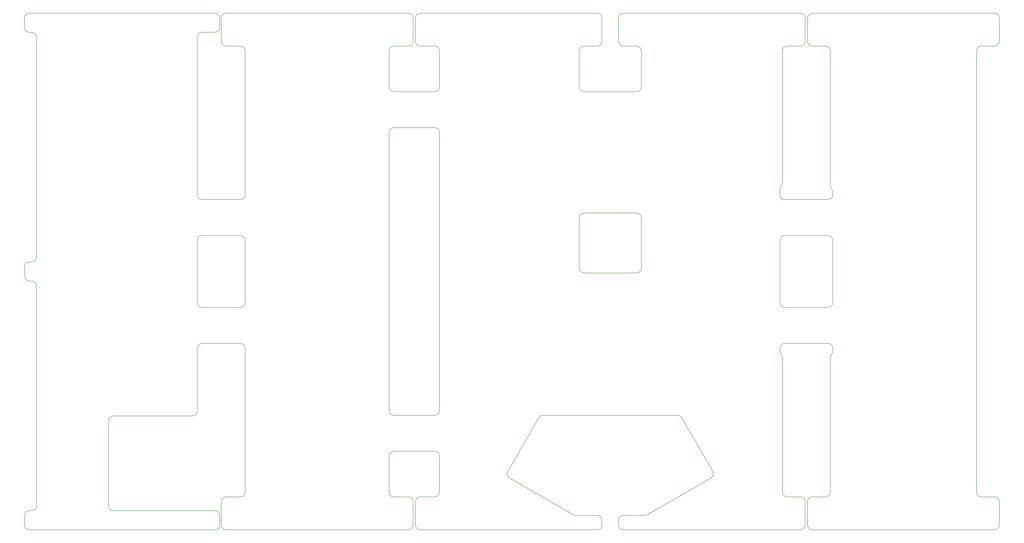
<source format=gm1>
G04 #@! TF.GenerationSoftware,KiCad,Pcbnew,7.0.8*
G04 #@! TF.CreationDate,2024-02-17T16:19:58-08:00*
G04 #@! TF.ProjectId,FlexDeploySidePanels,466c6578-4465-4706-9c6f-795369646550,rev?*
G04 #@! TF.SameCoordinates,Original*
G04 #@! TF.FileFunction,Profile,NP*
%FSLAX46Y46*%
G04 Gerber Fmt 4.6, Leading zero omitted, Abs format (unit mm)*
G04 Created by KiCad (PCBNEW 7.0.8) date 2024-02-17 16:19:58*
%MOMM*%
%LPD*%
G01*
G04 APERTURE LIST*
G04 #@! TA.AperFunction,Profile*
%ADD10C,0.200000*%
G04 #@! TD*
G04 APERTURE END LIST*
D10*
X164200000Y-107250000D02*
G75*
G03*
X162200000Y-109250000I0J-2000000D01*
G01*
X427207966Y-173732051D02*
G75*
G03*
X426708000Y-172409175I-1999966J51D01*
G01*
X169600000Y-306750000D02*
X127200000Y-306750000D01*
X244200000Y-147000000D02*
X261200000Y-147000000D01*
X347408000Y-184600000D02*
G75*
G03*
X345408000Y-182600000I-2000000J0D01*
G01*
X253200000Y-312750000D02*
G75*
G03*
X255200000Y-314750000I2000000J0D01*
G01*
X172200000Y-111000000D02*
G75*
G03*
X174200000Y-113000000I2000000J0D01*
G01*
X92200000Y-306750000D02*
G75*
G03*
X90200000Y-308750000I0J-2000000D01*
G01*
X321500000Y-205600000D02*
X321500000Y-184600000D01*
X92200000Y-203000000D02*
G75*
G03*
X90200000Y-205000000I0J-2000000D01*
G01*
X337908000Y-312750000D02*
G75*
G03*
X339908000Y-314750000I2000000J0D01*
G01*
X345408000Y-132000000D02*
G75*
G03*
X347408000Y-130000000I0J2000000D01*
G01*
X242200000Y-265000000D02*
G75*
G03*
X244200000Y-267000000I2000000J0D01*
G01*
X263200000Y-115000000D02*
X263200000Y-130000000D01*
X427208000Y-194000000D02*
X427208000Y-220000000D01*
X253200000Y-303000000D02*
X253200000Y-312750000D01*
X244200000Y-113000000D02*
X250200000Y-113000000D01*
X261200000Y-132000000D02*
X244200000Y-132000000D01*
X125200000Y-304750000D02*
X125200000Y-269250000D01*
X487208000Y-299000000D02*
X487208000Y-115000000D01*
X494708000Y-99250000D02*
X418708000Y-99250000D01*
X182200000Y-115000000D02*
X182200000Y-175000000D01*
X416708000Y-303000000D02*
X416708000Y-312750000D01*
X418708000Y-113000000D02*
X424208000Y-113000000D01*
X345408000Y-207600000D02*
X323500000Y-207600000D01*
X424208000Y-301000000D02*
X418708000Y-301000000D01*
X252200000Y-312750000D02*
X252200000Y-303000000D01*
X180200000Y-177000000D02*
G75*
G03*
X182200000Y-175000000I0J2000000D01*
G01*
X95200000Y-213000000D02*
G75*
G03*
X93200000Y-211000000I-2000000J0D01*
G01*
X329000000Y-99250000D02*
X255200000Y-99250000D01*
X164200000Y-192000000D02*
X180200000Y-192000000D01*
X90200000Y-209000000D02*
G75*
G03*
X92200000Y-211000000I2000000J0D01*
G01*
X90200000Y-205000000D02*
X90200000Y-209000000D01*
X263200000Y-149000000D02*
G75*
G03*
X261200000Y-147000000I-2000000J0D01*
G01*
X405208000Y-220000000D02*
G75*
G03*
X407208000Y-222000000I2000000J0D01*
G01*
X413708000Y-301000000D02*
X408208000Y-301000000D01*
X406208000Y-299000000D02*
X406208000Y-242913701D01*
X253200000Y-111000000D02*
G75*
G03*
X255200000Y-113000000I2000000J0D01*
G01*
X405208000Y-240267949D02*
X405208000Y-239000000D01*
X174200000Y-113000000D02*
X180200000Y-113000000D01*
X331000000Y-310750000D02*
G75*
G03*
X329000000Y-308750000I-2000000J0D01*
G01*
X244200000Y-282000000D02*
X261200000Y-282000000D01*
X160200000Y-267250000D02*
G75*
G03*
X162200000Y-265250000I0J2000000D01*
G01*
X180200000Y-177000000D02*
X164200000Y-177000000D01*
X92200000Y-211000000D02*
X93200000Y-211000000D01*
X418708000Y-314750000D02*
X494708000Y-314750000D01*
X489208000Y-113000000D02*
G75*
G03*
X487208000Y-115000000I0J-2000000D01*
G01*
X127200000Y-267250000D02*
X160200000Y-267250000D01*
X494708000Y-301000000D02*
X489208000Y-301000000D01*
X164200000Y-107250000D02*
X169600000Y-107250000D01*
X255200000Y-314750000D02*
X329000000Y-314750000D01*
X329000000Y-314750000D02*
G75*
G03*
X331000000Y-312750000I0J2000000D01*
G01*
X250200000Y-113000000D02*
G75*
G03*
X252200000Y-111000000I0J2000000D01*
G01*
X164200000Y-237000000D02*
X180200000Y-237000000D01*
X255200000Y-301000000D02*
G75*
G03*
X253200000Y-303000000I0J-2000000D01*
G01*
X321500000Y-130000000D02*
G75*
G03*
X323500000Y-132000000I2000000J0D01*
G01*
X416708000Y-101250000D02*
X416708000Y-111000000D01*
X242200000Y-265000000D02*
X242200000Y-149000000D01*
X376441939Y-293115634D02*
G75*
G03*
X377174025Y-290383645I-999939J1732034D01*
G01*
X416708000Y-312750000D02*
G75*
G03*
X418708000Y-314750000I2000000J0D01*
G01*
X180200000Y-222000000D02*
G75*
G03*
X182200000Y-220000000I0J2000000D01*
G01*
X348826667Y-308749983D02*
G75*
G03*
X349826667Y-308482050I33J1999983D01*
G01*
X319081333Y-308482051D02*
X292466025Y-293115696D01*
X93200000Y-203000000D02*
X92200000Y-203000000D01*
X331000000Y-312750000D02*
X331000000Y-310750000D01*
X487208000Y-299000000D02*
G75*
G03*
X489208000Y-301000000I2000000J0D01*
G01*
X321500000Y-130000000D02*
X321500000Y-115000000D01*
X182200000Y-239000000D02*
X182200000Y-299000000D01*
X180200000Y-301000000D02*
X174200000Y-301000000D01*
X425208000Y-177000000D02*
G75*
G03*
X427208000Y-175000000I0J2000000D01*
G01*
X323500000Y-113000000D02*
G75*
G03*
X321500000Y-115000000I0J-2000000D01*
G01*
X93200000Y-306750000D02*
X92200000Y-306750000D01*
X263200000Y-284000000D02*
G75*
G03*
X261200000Y-282000000I-2000000J0D01*
G01*
X496708000Y-101250000D02*
G75*
G03*
X494708000Y-99250000I-2000000J0D01*
G01*
X408208000Y-113000000D02*
X413708000Y-113000000D01*
X174200000Y-99250000D02*
G75*
G03*
X172200000Y-101250000I0J-2000000D01*
G01*
X427208000Y-173732051D02*
X427208000Y-175000000D01*
X261200000Y-132000000D02*
G75*
G03*
X263200000Y-130000000I0J2000000D01*
G01*
X261200000Y-267000000D02*
G75*
G03*
X263200000Y-265000000I0J2000000D01*
G01*
X261200000Y-301000000D02*
G75*
G03*
X263200000Y-299000000I0J2000000D01*
G01*
X339908000Y-113000000D02*
X345408000Y-113000000D01*
X321500000Y-205600000D02*
G75*
G03*
X323500000Y-207600000I2000000J0D01*
G01*
X339908000Y-314750000D02*
X413708000Y-314750000D01*
X171600000Y-105250000D02*
X171600000Y-101250000D01*
X406208000Y-170267949D02*
X406208000Y-115000000D01*
X252200000Y-101250000D02*
G75*
G03*
X250200000Y-99250000I-2000000J0D01*
G01*
X323500000Y-113000000D02*
X329000000Y-113000000D01*
X415708000Y-101250000D02*
G75*
G03*
X413708000Y-99250000I-2000000J0D01*
G01*
X244200000Y-113000000D02*
G75*
G03*
X242200000Y-115000000I0J-2000000D01*
G01*
X408208000Y-113000000D02*
G75*
G03*
X406208000Y-115000000I0J-2000000D01*
G01*
X376441975Y-293115696D02*
X349826667Y-308482051D01*
X306388675Y-267000958D02*
G75*
G03*
X304656624Y-268000959I25J-2000042D01*
G01*
X337908000Y-111000000D02*
G75*
G03*
X339908000Y-113000000I2000000J0D01*
G01*
X92200000Y-314750000D02*
X169600000Y-314750000D01*
X250200000Y-301000000D02*
X244200000Y-301000000D01*
X494708000Y-113000000D02*
G75*
G03*
X496708000Y-111000000I0J2000000D01*
G01*
X319081325Y-308482065D02*
G75*
G03*
X320081333Y-308750000I999975J1732065D01*
G01*
X425208000Y-222000000D02*
G75*
G03*
X427208000Y-220000000I0J2000000D01*
G01*
X407208000Y-237000000D02*
X425208000Y-237000000D01*
X427208000Y-194000000D02*
G75*
G03*
X425208000Y-192000000I-2000000J0D01*
G01*
X331000000Y-111000000D02*
X331000000Y-101250000D01*
X494708000Y-314750000D02*
G75*
G03*
X496708000Y-312750000I0J2000000D01*
G01*
X406207999Y-242913701D02*
G75*
G03*
X405708000Y-241590825I-1999999J1D01*
G01*
X496708000Y-111000000D02*
X496708000Y-101250000D01*
X90200000Y-105250000D02*
G75*
G03*
X92200000Y-107250000I2000000J0D01*
G01*
X337908000Y-310750000D02*
X337908000Y-312750000D01*
X182200000Y-194000000D02*
X182200000Y-220000000D01*
X407208000Y-192000000D02*
G75*
G03*
X405208000Y-194000000I0J-2000000D01*
G01*
X364251375Y-268000960D02*
G75*
G03*
X362519325Y-267000959I-1732075J-1000040D01*
G01*
X255200000Y-99250000D02*
G75*
G03*
X253200000Y-101250000I0J-2000000D01*
G01*
X263200000Y-284000000D02*
X263200000Y-299000000D01*
X405708000Y-171590825D02*
G75*
G03*
X405208000Y-172913701I1500000J-1322875D01*
G01*
X95200000Y-109250000D02*
X95200000Y-201000000D01*
X425208000Y-222000000D02*
X407208000Y-222000000D01*
X93200000Y-203000000D02*
G75*
G03*
X95200000Y-201000000I0J2000000D01*
G01*
X405208034Y-240267949D02*
G75*
G03*
X405708000Y-241590825I1999966J-51D01*
G01*
X407208000Y-192000000D02*
X425208000Y-192000000D01*
X164200000Y-237000000D02*
G75*
G03*
X162200000Y-239000000I0J-2000000D01*
G01*
X242200000Y-130000000D02*
X242200000Y-115000000D01*
X255200000Y-113000000D02*
X261200000Y-113000000D01*
X162200000Y-175000000D02*
X162200000Y-109250000D01*
X418708000Y-99250000D02*
G75*
G03*
X416708000Y-101250000I0J-2000000D01*
G01*
X407208000Y-237000000D02*
G75*
G03*
X405208000Y-239000000I0J-2000000D01*
G01*
X405208000Y-220000000D02*
X405208000Y-194000000D01*
X182200000Y-194000000D02*
G75*
G03*
X180200000Y-192000000I-2000000J0D01*
G01*
X90200000Y-308750000D02*
X90200000Y-312750000D01*
X95200000Y-109250000D02*
G75*
G03*
X93200000Y-107250000I-2000000J0D01*
G01*
X180200000Y-222000000D02*
X164200000Y-222000000D01*
X415708000Y-111000000D02*
X415708000Y-101250000D01*
X291733975Y-290383645D02*
X304656624Y-268000959D01*
X426208001Y-171086299D02*
G75*
G03*
X426708000Y-172409175I1999999J-1D01*
G01*
X323500000Y-182600000D02*
X345408000Y-182600000D01*
X171600000Y-308750000D02*
G75*
G03*
X169600000Y-306750000I-2000000J0D01*
G01*
X162200000Y-265250000D02*
X162200000Y-239000000D01*
X263200000Y-115000000D02*
G75*
G03*
X261200000Y-113000000I-2000000J0D01*
G01*
X424208000Y-301000000D02*
G75*
G03*
X426208000Y-299000000I0J2000000D01*
G01*
X182200000Y-239000000D02*
G75*
G03*
X180200000Y-237000000I-2000000J0D01*
G01*
X425208000Y-177000000D02*
X407208000Y-177000000D01*
X331000000Y-101250000D02*
G75*
G03*
X329000000Y-99250000I-2000000J0D01*
G01*
X171600000Y-101250000D02*
G75*
G03*
X169600000Y-99250000I-2000000J0D01*
G01*
X339908000Y-308750000D02*
G75*
G03*
X337908000Y-310750000I0J-2000000D01*
G01*
X306388675Y-267000959D02*
X362519325Y-267000959D01*
X250200000Y-314750000D02*
G75*
G03*
X252200000Y-312750000I0J2000000D01*
G01*
X405208000Y-175000000D02*
X405208000Y-172913701D01*
X174200000Y-301000000D02*
G75*
G03*
X172200000Y-303000000I0J-2000000D01*
G01*
X162200000Y-220000000D02*
X162200000Y-194000000D01*
X261200000Y-301000000D02*
X255200000Y-301000000D01*
X427208000Y-239000000D02*
G75*
G03*
X425208000Y-237000000I-2000000J0D01*
G01*
X263200000Y-149000000D02*
X263200000Y-265000000D01*
X252200000Y-303000000D02*
G75*
G03*
X250200000Y-301000000I-2000000J0D01*
G01*
X345408000Y-132000000D02*
X323500000Y-132000000D01*
X413708000Y-113000000D02*
G75*
G03*
X415708000Y-111000000I0J2000000D01*
G01*
X323500000Y-182600000D02*
G75*
G03*
X321500000Y-184600000I0J-2000000D01*
G01*
X426208000Y-115000000D02*
G75*
G03*
X424208000Y-113000000I-2000000J0D01*
G01*
X92200000Y-99250000D02*
G75*
G03*
X90200000Y-101250000I0J-2000000D01*
G01*
X162200000Y-220000000D02*
G75*
G03*
X164200000Y-222000000I2000000J0D01*
G01*
X426708000Y-241590825D02*
G75*
G03*
X426208000Y-242913701I1500000J-1322875D01*
G01*
X171600000Y-312750000D02*
X171600000Y-308750000D01*
X90200000Y-312750000D02*
G75*
G03*
X92200000Y-314750000I2000000J0D01*
G01*
X125200000Y-304750000D02*
G75*
G03*
X127200000Y-306750000I2000000J0D01*
G01*
X413708000Y-314750000D02*
G75*
G03*
X415708000Y-312750000I0J2000000D01*
G01*
X339908000Y-99250000D02*
G75*
G03*
X337908000Y-101250000I0J-2000000D01*
G01*
X174200000Y-314750000D02*
X250200000Y-314750000D01*
X415708000Y-303000000D02*
G75*
G03*
X413708000Y-301000000I-2000000J0D01*
G01*
X496708000Y-312750000D02*
X496708000Y-303000000D01*
X405708025Y-171590847D02*
G75*
G03*
X406208000Y-170267949I-1500025J1322847D01*
G01*
X244200000Y-147000000D02*
G75*
G03*
X242200000Y-149000000I0J-2000000D01*
G01*
X242200000Y-130000000D02*
G75*
G03*
X244200000Y-132000000I2000000J0D01*
G01*
X169600000Y-99250000D02*
X92200000Y-99250000D01*
X415708000Y-312750000D02*
X415708000Y-303000000D01*
X242200000Y-299000000D02*
X242200000Y-284000000D01*
X347408000Y-115000000D02*
X347408000Y-130000000D01*
X169600000Y-314750000D02*
G75*
G03*
X171600000Y-312750000I0J2000000D01*
G01*
X172200000Y-303000000D02*
X172200000Y-312750000D01*
X427208000Y-239000000D02*
X427208000Y-240267949D01*
X252200000Y-111000000D02*
X252200000Y-101250000D01*
X416708000Y-111000000D02*
G75*
G03*
X418708000Y-113000000I2000000J0D01*
G01*
X348826667Y-308750000D02*
X339908000Y-308750000D01*
X329000000Y-113000000D02*
G75*
G03*
X331000000Y-111000000I0J2000000D01*
G01*
X180200000Y-301000000D02*
G75*
G03*
X182200000Y-299000000I0J2000000D01*
G01*
X162200000Y-175000000D02*
G75*
G03*
X164200000Y-177000000I2000000J0D01*
G01*
X172200000Y-312750000D02*
G75*
G03*
X174200000Y-314750000I2000000J0D01*
G01*
X329000000Y-308750000D02*
X320081333Y-308750000D01*
X172200000Y-101250000D02*
X172200000Y-111000000D01*
X489208000Y-113000000D02*
X494708000Y-113000000D01*
X291733914Y-290383610D02*
G75*
G03*
X292466025Y-293115695I1732086J-999990D01*
G01*
X496708000Y-303000000D02*
G75*
G03*
X494708000Y-301000000I-2000000J0D01*
G01*
X93200000Y-306750000D02*
G75*
G03*
X95200000Y-304750000I0J2000000D01*
G01*
X261200000Y-267000000D02*
X244200000Y-267000000D01*
X426208000Y-242913701D02*
X426208000Y-299000000D01*
X364251376Y-268000959D02*
X377174025Y-290383645D01*
X244200000Y-282000000D02*
G75*
G03*
X242200000Y-284000000I0J-2000000D01*
G01*
X345408000Y-207600000D02*
G75*
G03*
X347408000Y-205600000I0J2000000D01*
G01*
X92200000Y-107250000D02*
X93200000Y-107250000D01*
X413708000Y-99250000D02*
X339908000Y-99250000D01*
X426708025Y-241590847D02*
G75*
G03*
X427208000Y-240267949I-1500025J1322847D01*
G01*
X242200000Y-299000000D02*
G75*
G03*
X244200000Y-301000000I2000000J0D01*
G01*
X347408000Y-184600000D02*
X347408000Y-205600000D01*
X347408000Y-115000000D02*
G75*
G03*
X345408000Y-113000000I-2000000J0D01*
G01*
X406208000Y-299000000D02*
G75*
G03*
X408208000Y-301000000I2000000J0D01*
G01*
X95200000Y-213000000D02*
X95200000Y-304750000D01*
X169600000Y-107250000D02*
G75*
G03*
X171600000Y-105250000I0J2000000D01*
G01*
X253200000Y-101250000D02*
X253200000Y-111000000D01*
X426208000Y-115000000D02*
X426208000Y-171086299D01*
X164200000Y-192000000D02*
G75*
G03*
X162200000Y-194000000I0J-2000000D01*
G01*
X182200000Y-115000000D02*
G75*
G03*
X180200000Y-113000000I-2000000J0D01*
G01*
X250200000Y-99250000D02*
X174200000Y-99250000D01*
X127200000Y-267250000D02*
G75*
G03*
X125200000Y-269250000I0J-2000000D01*
G01*
X90200000Y-101250000D02*
X90200000Y-105250000D01*
X337908000Y-101250000D02*
X337908000Y-111000000D01*
X405208000Y-175000000D02*
G75*
G03*
X407208000Y-177000000I2000000J0D01*
G01*
X418708000Y-301000000D02*
G75*
G03*
X416708000Y-303000000I0J-2000000D01*
G01*
M02*

</source>
